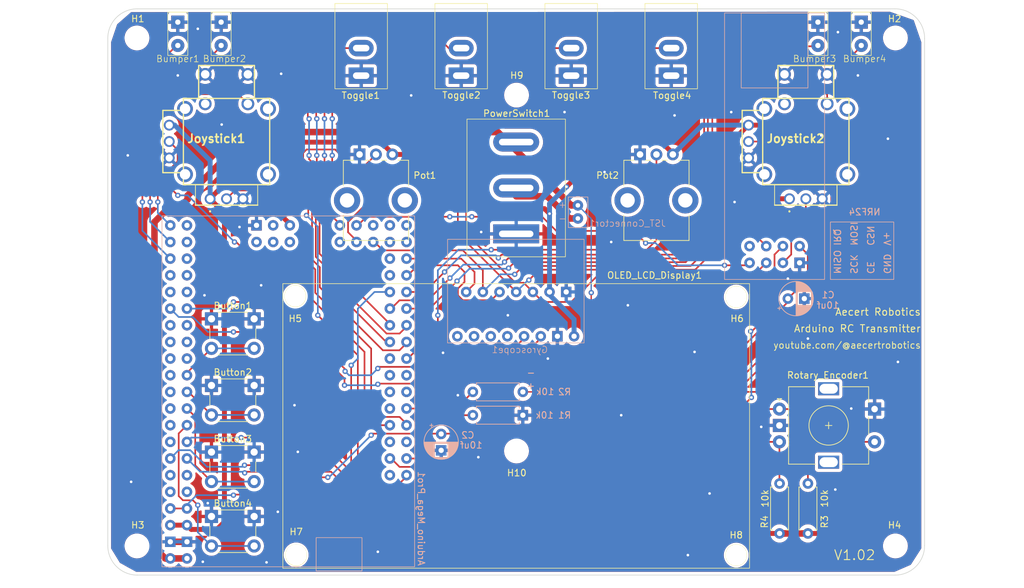
<source format=kicad_pcb>
(kicad_pcb (version 20221018) (generator pcbnew)
  (layers (0 "F.Cu" signal) (31 "B.Cu" signal) (34 "B.Paste" user) (35 "F.Paste" user) (36 "B.SilkS" user "B.Silkscreen") (37 "F.SilkS" user "F.Silkscreen") (38 "B.Mask" user) (39 "F.Mask" user) (44 "Edge.Cuts" user))
  (net 0 "")
  (net 1 "/CE")
  (net 2 "GND")
  (net 3 "/3.3v")
  (net 4 "/REF")
  (net 5 "/5v")
  (net 6 "/Rotary Encoder Switch")
  (net 7 "/Left Bumper A")
  (net 8 "/Right Bumper A")
  (net 9 "/Left Bumper B")
  (net 10 "/Right Bumper B")
  (net 11 "/Joy Right Button")
  (net 12 "/Toggle C")
  (net 13 "/Toggle D")
  (net 14 "/Toggle B")
  (net 15 "/Toggle A")
  (net 16 "/Joy Left Button")
  (net 17 "/Button D")
  (net 18 "/Button C")
  (net 19 "/Button B")
  (net 20 "/Button A")
  (net 21 "/Screen CS")
  (net 22 "/Screen RES")
  (net 30 "/Pot Right")
  (net 31 "/Joy Right Y")
  (net 32 "/SCL")
  (net 33 "/SDA")
  (net 34 "/Joy Right X")
  (net 35 "/Pot Left")
  (net 36 "/Joy Left X")
  (net 37 "/Joy Left Y")
  (net 38 "/SCK")
  (net 39 "/MISO")
  (net 40 "/MOSI")
  (net 41 "/NRF CSN")
  (net 42 "/RotaryEncoderB")
  (net 43 "/RotaryEncoderA")
  (net 44 "/Bat+")
  (net 45 "/Bat-")
  (net 46 "/Battery Voltage")
  (footprint "MountingHole:MountingHole_3.2mm_M3" (layer "F.Cu") (at 83.185 137.795)
    (fp_text reference "H3")
    (fp_text value "MountingHole_Pad")
  )
  (footprint "AddedFootprints:SPST Mini Toggle Switch 2 Pin 2 Position" (layer "F.Cu") (at 117.348 68.072 90)
    (fp_text reference "Toggle1")
    (fp_text value "SW_DIP_x01")
  )
  (footprint "Rotary_Encoder:RotaryEncoder_Alps_EC11E-Switch_Vertical_H20mm" (layer "F.Cu") (at 181.08 116.92)
    (fp_text reference "Rotary_Encoder1")
    (fp_text value "EC11E")
  )
  (footprint "MountingHole:MountingHole_3.2mm_M3" (layer "F.Cu") (at 198.755 137.795)
    (fp_text reference "H4")
    (fp_text value "MountingHole_Pad")
  )
  (footprint "MountingHole:MountingHole_3.2mm_M3" (layer "F.Cu") (at 107.306032 99.690751)
    (fp_text reference "H5")
    (fp_text value "MountingHole_Pad")
  )
  (footprint "Resistor_THT:R_Axial_DIN0207_L6.3mm_D2.5mm_P7.62mm_Horizontal" (layer "F.Cu") (at 181.102 135.89 90)
    (fp_text reference "R4")
    (fp_text value "10k")
  )
  (footprint "Button_Switch_THT:SW_PUSH_6mm" (layer "F.Cu") (at 94.54 123.48)
    (fp_text reference "Button3")
    (fp_text value "SW_Push C")
  )
  (footprint "MountingHole:MountingHole_3.2mm_M3" (layer "F.Cu") (at 141.024288 69.04124)
    (fp_text reference "H9")
    (fp_text value "MountingHole_Pad")
  )
  (footprint "AddedFootprints:SPST Mini Toggle Switch 2 Pin 2 Position" (layer "F.Cu") (at 149.352 68.072 90)
    (fp_text reference "Toggle3")
    (fp_text value "SW_DIP_x01")
  )
  (footprint "AddedFootprints:Bumper Pads" (layer "F.Cu") (at 96.012 65.024)
    (fp_text reference "Bumper2")
    (fp_text value "SW_Push Left Bumper B")
  )
  (footprint "MountingHole:MountingHole_3.2mm_M3" (layer "F.Cu") (at 198.755 60.325)
    (fp_text reference "H2")
    (fp_text value "MountingHole_Pad")
  )
  (footprint "MountingHole:MountingHole_3.2mm_M3" (layer "F.Cu") (at 107.445778 139.162731)
    (fp_text reference "H7")
    (fp_text value "MountingHole_Pad")
  )
  (footprint "Button_Switch_THT:SW_PUSH_6mm" (layer "F.Cu") (at 94.54 133.3)
    (fp_text reference "Button4")
    (fp_text value "SW_Push D")
  )
  (footprint "Button_Switch_THT:SW_PUSH_6mm" (layer "F.Cu") (at 94.54 113.32)
    (fp_text reference "Button2")
    (fp_text value "SW_Push B")
  )
  (footprint "Button_Switch_THT:SW_PUSH_6mm" (layer "F.Cu") (at 94.54 103.16)
    (fp_text reference "Button1")
    (fp_text value "SW_Push A")
  )
  (footprint "AddedFootprints:Bumper Pads" (layer "F.Cu") (at 89.408 65.024)
    (fp_text reference "Bumper1")
    (fp_text value "SW_Push Left Bumper A")
  )
  (footprint "AddedFootprints:KCD1 Mini Rocker Switch" (layer "F.Cu") (at 140.97 83.2 180)
    (fp_text reference "PowerSwitch1")
    (fp_text value "KCD1 Power Switch")
  )
  (footprint "MountingHole:MountingHole_3.2mm_M3" (layer "F.Cu") (at 174.493637 99.822788)
    (fp_text reference "H6")
    (fp_text value "MountingHole_Pad")
  )
  (footprint "AddedFootprints:SPST Mini Toggle Switch 2 Pin 2 Position" (layer "F.Cu") (at 164.592 68.072 90)
    (fp_text reference "Toggle4")
    (fp_text value "SW_DIP_x01")
  )
  (footprint "Potentiometer_THT:Potentiometer_Bourns_PTV09A-1_Single_Vertical" (layer "F.Cu") (at 117.1 78.09 -90)
    (fp_text reference "Pot1")
    (fp_text value "10k")
  )
  (footprint "AddedFootprints:Bumper Pads" (layer "F.Cu") (at 186.944 65.024)
    (fp_text reference "Bumper3")
    (fp_text value "SW_Push Right Bumper A")
  )
  (footprint "AddedFootprints:SPST Mini Toggle Switch 2 Pin 2 Position" (layer "F.Cu") (at 132.588 68.072 90)
    (fp_text reference "Toggle2")
    (fp_text value "SW_DIP_x01")
  )
  (footprint "Potentiometer_THT:Potentiometer_Bourns_PTV09A-1_Single_Vertical" (layer "F.Cu") (at 159.84 78.09 -90)
    (fp_text reference "Pot2")
    (fp_text value "10k")
  )
  (footprint "Resistor_THT:R_Axial_DIN0207_L6.3mm_D2.5mm_P7.62mm_Horizontal" (layer "F.Cu") (at 185.42 135.89 90)
    (fp_text reference "R3")
    (fp_text value "10k")
  )
  (footprint "MountingHole:MountingHole_3.2mm_M3" (layer "F.Cu") (at 83.185 60.325)
    (fp_text reference "H1")
    (fp_text value "MountingHole_Pad")
  )
  (footprint "AddedFootprints:OLED LCD Display SSD1309" (layer "F.Cu") (at 105.41 97.79)
    (fp_text reference "OLED_LCD_Display1")
    (fp_text value "SSD1309 2.4inch" hide)
  )
  (footprint "MountingHole:MountingHole_3.2mm_M3" (layer "F.Cu") (at 141.018739 123.314035)
    (fp_text reference "H10")
    (fp_text value "MountingHole_Pad")
  )
  (footprint "LOGO" (layer "F.Cu") (at 196.536242 91.383636)
    (fp_text reference "G***" hide)
    (fp_text value "LOGO" hide)
  )
  (footprint "MountingHole:MountingHole_3.2mm_M3" (layer "F.Cu") (at 174.498151 139.192604)
    (fp_text reference "H8")
    (fp_text value "MountingHole_Pad")
  )
  (footprint "AddedFootprints:THB001P" (layer "F.Cu") (at 94.335 84.85 180)
    (fp_text reference "Joystick1")
    (fp_text value "THB001P Joy Left" hide)
  )
  (footprint "AddedFootprints:Bumper Pads" (layer "F.Cu") (at 193.548 65.024)
    (fp_text reference "Bumper4")
    (fp_text value "SW_Push Right Bumper B")
  )
  (footprint "AddedFootprints:THB001P" (layer "F.Cu") (at 182.605 84.85 180)
    (fp_text reference "Joystick2")
    (fp_text value "THB001P Joy Right" hide)
  )
  (footprint "Capacitor_THT:CP_Radial_D5.0mm_P2.50mm" (layer "B.Cu") (at 129.54 120.714888 -90)
    (fp_text reference "C2")
    (fp_text value "10uf")
  )
  (footprint "AddedFootprints:JST Female Connector" (layer "B.Cu") (at 150.368 92.202 180)
    (fp_text reference "JST_Connector1")
    (fp_text value "1.27mm_JST_Connector_1")
  )
  (footprint "AddedFootprints:MPU6050 Gyroscope" (layer "B.Cu") (at 151.313454 106.832523 90)
    (fp_text reference "Gyroscope1")
    (fp_text value "MPU6050 Gyroscope")
  )
  (footprint "Resistor_THT:R_Axial_DIN0207_L6.3mm_D2.5mm_P7.62mm_Horizontal" (layer "B.Cu") (at 141.986 117.856 180)
    (fp_text reference "R2")
    (fp_text value "10k")
  )
  (footprint "AddedFootprints:Arduino Mega Pro" (layer "B.Cu") (at 86.995 140.97)
    (fp_text reference "Arduino_Mega_Pro1")
    (fp_text value "Arduino Mega Pro Mini" hide)
  )
  (footprint "Capacitor_THT:CP_Radial_D5.0mm_P2.50mm" (layer "B.Cu") (at 182.372 100.076)
    (fp_text reference "C1")
    (fp_text value "10uf")
  )
  (footprint "AddedFootprints:NRF24L01+ Antenna" (layer "B.Cu") (at 184.15 94.615 90)
    (fp_text reference "NRF24")
    (fp_text value "NRF24L01+PA+LNA1")
  )
  (footprint "Resistor_THT:R_Axial_DIN0207_L6.3mm_D2.5mm_P7.62mm_Horizontal" (layer "B.Cu") (at 134.366 114.3)
    (fp_text reference "R1")
    (fp_text value "10k")
  )
  (gr_arc (start 198.7 55.88) (mid 201.881981 57.198019) (end 203.2 60.38) (stroke (width 0.1)) (layer "Edge.Cuts"))
  (gr_line (start 203.2 60.38) (end 203.2 137.74) (stroke (width 0.1)) (layer "Edge.Cuts"))
  (gr_line (start 78.74 137.74) (end 78.74 60.38) (stroke (width 0.1)) (layer "Edge.Cuts"))
  (gr_arc (start 203.2 137.74) (mid 201.881981 140.921981) (end 198.7 142.24) (stroke (width 0.1)) (layer "Edge.Cuts"))
  (gr_arc (start 83.24 142.24) (mid 80.058019 140.921981) (end 78.74 137.74) (stroke (width 0.1)) (layer "Edge.Cuts"))
  (gr_arc (start 78.74 60.38) (mid 80.058019 57.198019) (end 83.24 55.88) (stroke (width 0.1)) (layer "Edge.Cuts"))
  (gr_line (start 198.7 142.24) (end 83.24 142.24) (stroke (width 0.1)) (layer "Edge.Cuts"))
  (gr_line (start 83.24 55.88) (end 198.7 55.88) (stroke (width 0.1)) (layer "Edge.Cuts"))
  (gr_text "+" (at 142.485745 113.951024) (layer "B.SilkS") (effects (font (size 1 1)) (justify left bottom)))
  (gr_text "-" (at 142.503299 111.94995) (layer "B.SilkS") (effects (font (size 1 1)) (justify left bottom)))
  (gr_text "Aecert Robotics" (at 202.692 102.108) (layer "F.SilkS") (effects (font (size 1.1 1.1)) (justify right)))
  (gr_text "youtube.com/@aecertrobotics\n" (at 202.692 107.188) (layer "F.SilkS") (effects (font (size 1 1) (thickness 0.13)) (justify right)))
  (gr_text "Arduino RC Transmitter\n" (at 202.692 104.648) (layer "F.SilkS") (effects (font (size 1.1 1.1)) (justify right)))
  (gr_text "V1.02" (at 192.532 139.192) (layer "F.SilkS") (effects (font (size 1.5 1.5))))
  (segment (start 173.716581 88.919419) (end 180.994419 88.919419) (width 0.25) (layer "F.Cu") (net 1))
  (segment (start 120.658 92.718) (end 119.38 91.44) (width 0.25) (layer "F.Cu") (net 1))
  (segment (start 135.89 95.758) (end 132.85 92.718) (width 0.25) (layer "F.Cu") (net 1))
  (segment (start 182.88 90.805) (end 182.88 93.345) (width 0.25) (layer "F.Cu") (net 1))
  (segment (start 140.750331 96.3695) (end 142.024831 95.095) (width 0.25) (layer "F.Cu") (net 1))
  (segment (start 182.88 93.345) (end 181.61 94.615) (width 0.25) (layer "F.Cu") (net 1))
  (segment (start 180.994419 88.919419) (end 182.88 90.805) (width 0.25) (layer "F.Cu") (net 1))
  (segment (start 142.024831 95.095) (end 167.541 95.095) (width 0.25) (layer "F.Cu") (net 1))
  (segment (start 135.89 99.06) (end 135.89 95.758) (width 0.25) (layer "F.Cu") (net 1))
  (segment (start 167.541 95.095) (end 173.716581 88.919419) (width 0.25) (layer "F.Cu") (net 1))
  (segment (start 132.85 92.718) (end 120.658 92.718) (width 0.25) (layer "F.Cu") (net 1))
  (via (at 140.750331 96.3695) (size 0.8) (drill 0.4) (layers "F.Cu" "B.Cu") (net 1))
  (segment (start 140.750331 96.3695) (end 138.5805 96.3695) (width 0.25) (layer "B.Cu") (net 1))
  (segment (start 138.5805 96.3695) (end 135.89 99.06) (width 0.25) (layer "B.Cu") (net 1))
  (segment (start 184.912 100.076) (end 184.912 100.262082) (width 0.25) (layer "F.Cu") (net 2))
  (segment (start 88.265 137.16) (end 90.805 137.16) (width 1) (layer "F.Cu") (net 2))
  (via (at 81.788 78.232) (size 0.8) (drill 0.4) (layers "F.Cu" "B.Cu") (net 2))
  (via (at 154.432 80.772) (size 0.8) (drill 0.4) (layers "F.Cu" "B.Cu") (net 2))
  (via (at 155.448 91.44) (size 0.8) (drill 0.4) (layers "F.Cu" "B.Cu") (net 2))
  (via (at 145.796 109.22) (size 0.8) (drill 0.4) (layers "F.Cu" "B.Cu") (net 2))
  (via (at 139.7 102.616) (size 0.8) (drill 0.4) (layers "F.Cu" "B.Cu") (net 2))
  (via (at 156.972 117.856) (size 0.8) (drill 0.4) (layers "F.Cu" "B.Cu") (net 2))
  (via (at 167.132 139.192) (size 0.8) (drill 0.4) (layers "F.Cu" "B.Cu") (net 2))
  (via (at 102.929041 140.295973) (size 0.8) (drill 0.4) (layers "F.Cu" "B.Cu") (net 2))
  (via (at 173.736 71.628) (size 0.8) (drill 0.4) (layers "F.Cu" "B.Cu") (net 2))
  (via (at 129.820556 108.337148) (size 0.8) (drill 0.4) (layers "F.Cu" "B.Cu") (net 2))
  (via (at 182.372 97.028) (size 0.8) (drill 0.4) (layers "F.Cu" "B.Cu") (net 2))
  (via (at 92.456 58.928) (size 0.8) (drill 0.4) (layers "F.Cu" "B.Cu") (net 2))
  (via (at 193.04 66.04) (size 0.8) (drill 0.4) (layers "F.Cu" "B.Cu") (net 2))
  (via (at 105.156 65.786) (size 0.8) (drill 0.4) (layers "F.Cu" "B.Cu") (net 2))
  (via (at 119.888 138.684) (size 0.8) (drill 0.4) (layers "F.Cu" "B.Cu") (net 2))
  (via (at 98.806 89.154) (size 0.8) (drill 0.4) (layers "F.Cu" "B.Cu") (net 2))
  (via (at 107.188 116.332) (size 0.8) (drill 0.4) (layers "F.Cu" "B.Cu") (net 2))
  (via (at 132.08 114.808) (size 0.8) (drill 0.4) (layers "F.Cu" "B.Cu") (net 2))
  (via (at 178.308 119.634) (size 0.8) (drill 0.4) (layers "F.Cu" "B.Cu") (net 2))
  (via (at 192.024 116.84) (size 0.8) (drill 0.4) (layers "F.Cu" "B.Cu") (net 2))
  (via (at 148.336 71.628) (size 0.8) (drill 0.4) (layers "F.Cu" "B.Cu") (net 2))
  (via (at 107.696 123.444) (size 0.8) (drill 0.4) (layers "F.Cu" "B.Cu") (net 2))
  (via (at 135.636 89.916) (size 0.8) (drill 0.4) (layers "F.Cu" "B.Cu") (net 2))
  (via (at 96.092572 73.528443) (size 0.8) (drill 0.4) (layers "F.Cu" "B.Cu") (net 2))
  (via (at 93.218 140.208) (size 0.8) (drill 0.4) (layers "F.Cu" "B.Cu") (net 2))
  (via (at 89.408 66.04) (size 0.8) (drill 0.4) (layers "F.Cu" "B.Cu") (net 2))
  (via (at 104.648 132.588) (size 0.8) (drill 0.4) (layers "F.Cu" "B.Cu") (net 2))
  (via (at 102.108 98.044) (size 0.8) (drill 0.4) (layers "F.Cu" "B.Cu") (net 2))
  (via (at 93.974276 131.266266) (size 0.8) (drill 0.4) (layers "F.Cu" "B.Cu") (net 2))
  (via (at 168.148 108.204) (size 0.8) (drill 0.4) (layers "F.Cu" "B.Cu") (net 2))
  (via (at 135.200919 124.257127) (size 0.8) (drill 0.4) (layers "F.Cu" "B.Cu") (net 2))
  (via (at 93.472 99.568) (size 0.8) (drill 0.4) (layers "F.Cu" "B.Cu") (net 2))
  (via (at 165.1 72.136) (size 0.8) (drill 0.4) (layers "F.Cu" "B.Cu") (net 2))
  (via (at 189.992 59.436) (size 0.8) (drill 0.4) (layers "F.Cu" "B.Cu") (net 2))
  (via (at 199.136 109.728) (size 0.8) (drill 0.4) (layers "F.Cu" "B.Cu") (net 2))
  (via (at 189.59418 129.195269) (size 0.8) (drill 0.4) (layers "F.Cu" "B.Cu") (net 2))
  (via (at 197.612 75.692) (size 0.8) (drill 0.4) (layers "F.Cu" "B.Cu") (net 2))
  (via (at 82.296 128.016) (size 0.8) (drill 0.4) (layers "F.Cu" "B.Cu") (net 2))
  (via (at 124.968 69.088) (size 0.8) (drill 0.4) (layers "F.Cu" "B.Cu") (net 2))
  (via (at 170.434 129.794) (size 0.8) (drill 0.4) (layers "F.Cu" "B.Cu") (net 2))
  (via (at 157.988 101.092) (size 0.8) (drill 0.4) (layers "F.Cu" "B.Cu") (net 2))
  (via (at 174.244 85.344) (size 0.8) (drill 0.4) (layers "F.Cu" "B.Cu") (net 2))
  (via (at 185.42 106.172) (size 0.8) (drill 0.4) (layers "F.Cu" "B.Cu") (net 2))
  (via (at 187.452 75.184) (size 0.8) (drill 0.4) (layers "F.Cu" "B.Cu") (net 2))
  (segment (start 106.819 129.964) (end 109.4535 127.3295) (width 0.25) (layer "F.Cu") (net 3))
  (segment (start 88.265 132.08) (end 90.805 132.08) (width 0.25) (layer "F.Cu") (net 3))
  (segment (start 162.286 120.67) (end 182.372 100.584) (width 0.25) (layer "F.Cu") (net 3))
  (segment (start 185.4 93.325) (end 185.4 97.048) (width 0.25) (layer "F.Cu") (net 3))
  (segment (start 97.973 129.964) (end 106.819 129.964) (width 0.25) (layer "F.Cu") (net 3))
  (segment (start 118.872 120.904) (end 119.106 120.67) (width 0.25) (layer "F.Cu") (net 3))
  (segment (start 97.889 130.048) (end 97.973 129.964) (width 0.25) (layer "F.Cu") (net 3))
  (segment (start 129.350888 121.412) (end 129.54 121.222888) (width 0.25) (layer "F.Cu") (net 3))
  (segment (start 185.4 97.048) (end 182.372 100.076) (width 0.25) (layer "F.Cu") (net 3))
  (segment (start 184.15 92.075) (end 185.4 93.325) (width 0.25) (layer "F.Cu") (net 3))
  (segment (start 182.372 100.584) (end 182.372 100.076) (width 0.25) (layer "F.Cu") (net 3))
  (segment (start 119.106 120.67) (end 162.286 120.67) (width 0.25) (layer "F.Cu") (net 3))
  (segment (start 109.4535 127.3295) (end 112.268 127.3295) (width 0.25) (layer "F.Cu") (net 3))
  (via (at 112.268 127.3295) (size 0.8) (drill 0.4) (layers "F.Cu" "B.Cu") (net 3))
  (via (at 118.872 120.904) (size 0.8) (drill 0.4) (layers "F.Cu" "B.Cu") (net 3))
  (via (at 97.889 130.048) (size 0.8) (drill 0.4) (layers "F.Cu" "B.Cu") (net 3))
  (segment (start 90.805 132.08) (end 90.805 131.512918) (width 0.25) (layer "B.Cu") (net 3))
  (segment (start 90.805 131.512918) (end 92.269918 130.048) (width 0.25) (layer "B.Cu") (net 3))
  (segment (start 112.4465 127.3295) (end 112.268 127.3295) (width 0.25) (layer "B.Cu") (net 3))
  (segment (start 92.269918 130.048) (end 97.889 130.048) (width 0.25) (layer "B.Cu") (net 3))
  (segment (start 118.872 120.904) (end 112.4465 127.3295) (width 0.25) (layer "B.Cu") (net 3))
  (segment (start 90.805 134.62) (end 91.46 135.275) (width 0.75) (layer "F.Cu") (net 5))
  (segment (start 122.1 77.940092) (end 122.1 78.09) (width 0.75) (layer "F.Cu") (net 5))
  (segment (start 97.31 86.645481) (end 96.086494 86.645481) (width 0.75) (layer "F.Cu") (net 5))
  (segment (start 163.099908 76.2) (end 164.84 77.940092) (width 0.75) (layer "F.Cu") (net 5))
  (segment (start 90.805 134.62) (end 88.265 134.62) (width 0.75) (layer "F.Cu") (net 5))
  (segment (start 106.68 88.9) (end 104.425481 86.645481) (width 0.75) (layer "F.Cu") (net 5))
  (segment (start 188.976 88.640461) (end 190.5 87.116461) (width 0.75) (layer "F.Cu") (net 5))
  (segment (start 179.578 135.89) (end 181.102 135.89) (width 0.75) (layer "F.Cu") (net 5))
  (segment (start 179.324 84.85) (end 182.605 84.85) (width 0.75) (layer "F.Cu") (net 5))
  (segment (start 95.357 135.275) (end 178.963 135.275) (width 0.75) (layer "F.Cu") (net 5))
  (segment (start 190.5 87.116461) (end 190.5 83.82) (width 0.75) (layer "F.Cu") (net 5))
  (segment (start 164.84 77.940092) (end 164.84 78.09) (width 0.75) (layer "F.Cu") (net 5))
  (segment (start 185.42 135.89) (end 187.872544 135.89) (width 0.75) (layer "F.Cu") (net 5))
  (segment (start 187.872544 135.89) (end 197.555 126.207544) (width 0.75) (layer "F.Cu") (net 5))
  (segment (start 96.086494 86.645481) (end 94.335 84.893987) (width 0.75) (layer "F.Cu") (net 5))
  (segment (start 181.864 135.89) (end 185.42 135.89) (width 1) (layer "F.Cu") (net 5))
  (segment (start 96.5145 134.1175) (end 96.5145 87.666981) (width 0.75) (layer "F.Cu") (net 5))
  (segment (start 148.634307 83.013693) (end 155.448 76.2) (width 0.75) (layer "F.Cu") (net 5))
  (segment (start 97.31 86.645481) (end 97.536 86.645481) (width 0.75) (layer "F.Cu") (net 5))
  (segment (start 128.540634 78.09) (end 136.810634 86.36) (width 0.75) (layer "F.Cu") (net 5))
  (segment (start 95.357 135.275) (end 96.5145 134.1175) (width 0.75) (layer "F.Cu") (net 5))
  (segment (start 94.335 84.893987) (end 94.335 84.806013) (width 0.75) (layer "F.Cu") (net 5))
  (segment (start 96.5145 87.666981) (end 97.536 86.645481) (width 0.75) (layer "F.Cu") (net 5))
  (segment (start 181.102 135.89) (end 181.864 135.89) (width 1) (layer "F.Cu") (net 5))
  (segment (start 174.244 79.77) (end 179.324 84.85) (width 0.75) (layer "F.Cu") (net 5))
  (segment (start 136.810634 86.36) (end 145.288 86.36) (width 0.75) (layer "F.Cu") (net 5))
  (segment (start 190.5 83.82) (end 180.3 73.62) (width 0.75) (layer "F.Cu") (net 5))
  (segment (start 155.448 76.2) (end 163.099908 76.2) (width 0.75) (layer "F.Cu") (net 5))
  (segment (start 91.46 135.275) (end 95.357 135.275) (width 0.75) (layer "F.Cu") (net 5))
  (segment (start 174.244 75.706) (end 174.244 79.77) (width 0.75) (layer "F.Cu") (net 5))
  (segment (start 197.555 113.227) (end 188.976 104.648) (width 0.75) (layer "F.Cu") (net 5))
  (segment (start 176.33 73.62) (end 174.244 75.706) (width 0.75) (layer "F.Cu") (net 5))
  (segment (start 197.555 126.207544) (end 197.555 113.227) (width 0.75) (layer "F.Cu") (net 5))
  (segment (start 104.425481 86.645481) (end 97.31 86.645481) (width 0.75) (layer "F.Cu") (net 5))
  (segment (start 120.374908 76.215) (end 122.1 77.940092) (width 0.75) (layer "F.Cu") (net 5))
  (segment (start 145.288 86.36) (end 146.05 87.122) (width 0.75) (layer "F.Cu") (net 5))
  (segment (start 180.3 73.62) (end 176.33 73.62) (width 0.75) (layer "F.Cu") (net 5))
  (segment (start 188.976 104.648) (end 188.976 88.640461) (width 0.75) (layer "F.Cu") (net 5))
  (segment (start 178.963 135.275) (end 179.578 135.89) (width 0.75) (layer "F.Cu") (net 5))
  (segment (start 102.926013 76.215) (end 120.374908 76.215) (width 0.75) (layer "F.Cu") (net 5))
  (segment (start 122.1 78.09) (end 128.540634 78.09) (width 0.75) (layer "F.Cu") (net 5))
  (segment (start 94.335 84.806013) (end 102.926013 76.215) (width 0.75) (layer "F.Cu") (net 5))
  (via (at 148.634307 83.013693) (size 0.8) (drill 0.4) (layers "F.Cu" "B.Cu") (net 5))
  (via (at 146.05 87.122) (size 0.8) (drill 0.4) (layers "F.Cu" "B.Cu") (net 5))
  (segment (start 146.05 85.598) (end 148.634307 83.013693) (width 0.75) (layer "B.Cu") (net 5))
  (segment (start 169.31 73.62) (end 176.375 73.62) (width 0.75) (layer "B.Cu") (net 5))
  (segment (start 94.335 79.025) (end 88.93 73.62) (width 0.75) (layer "B.Cu") (net 5))
  (segment (start 94.335 84.85) (end 94.335 79.025) (width 0.75) (layer "B.Cu") (net 5))
  (segment (start 88.93 73.62) (end 88.105 73.62) (width 0.75) (layer "B.Cu") (net 5))
  (segment (start 149.789454 103.238312) (end 146.05 99.498858) (width 0.75) (layer "B.Cu") (net 5))
  (segment (start 146.05 87.122) (end 146.05 85.598) (width 0.75) (layer "B.Cu") (net 5))
  (segment (start 146.05 99.498858) (end 146.05 99.06) (width 0.75) (layer "B.Cu") (net 5))
  (segment (start 164.84 78.09) (end 169.31 73.62) (width 0.75) (layer "B.Cu") (net 5))
  (segment (start 146.05 87.122) (end 146.05 99.06) (width 0.75) (layer "B.Cu") (net 5))
  (segment (start 149.789454 105.816523) (end 149.789454 103.238312) (width 0.75) (layer "B.Cu") (net 5))
  (segment (start 115.824 110.236) (end 115.824 124.968) (width 0.25) (layer "F.Cu") (net 6))
  (segment (start 120.396 129.54) (end 160.909 129.54) (width 0.25) (layer "F.Cu") (net 6))
  (segment (start 115.824 124.968) (end 120.396 129.54) (width 0.25) (layer "F.Cu") (net 6))
  (segment (start 183.300446 114.3) (end 190.920446 121.92) (width 0.25) (layer "F.Cu") (net 6))
  (segment (start 190.920446 121.92) (end 195.58 121.92) (width 0.25) (layer "F.Cu") (net 6))
  (segment (start 176.149 114.3) (end 183.300446 114.3) (width 0.25) (layer "F.Cu") (net 6))
  (segment (start 160.909 129.54) (end 176.149 114.3) (width 0.25) (layer "F.Cu") (net 6))
  (via (at 115.824 110.236) (size 0.8) (drill 0.4) (layers "F.Cu" "B.Cu") (net 6))
  (segment (start 115.824 110.236) (end 116.84 109.22) (width 0.25) (layer "B.Cu") (net 6))
  (segment (start 116.84 109.22) (end 116.84 101.6) (width 0.25) (layer "B.Cu") (net 6))
  (segment (start 116.84 101.6) (end 119.38 99.06) (width 0.25) (layer "B.Cu") (net 6))
  (segment (start 119.38 99.06) (end 121.92 99.06) (width 0.25) (layer "B.Cu") (net 6))
  (segment (start 84.010994 85.344) (end 84.010994 66.682006) (width 0.25) (layer "F.Cu") (net 7))
  (segment (start 84.010994 66.682006) (end 89.098 61.595) (width 0.25) (layer "F.Cu") (net 7))
  (segment (start 89.098 61.595) (end 89.408 61.595) (width 0.25) (layer "F.Cu") (net 7))
  (via (at 84.010994 85.344) (size 0.8) (drill 0.4) (layers "F.Cu" "B.Cu") (net 7))
  (segment (start 84.010994 85.344) (end 84.010994 89.725994) (width 0.25) (layer "B.Cu") (net 7))
  (segment (start 84.010994 89.725994) (end 88.265 93.98) (width 0.25) (layer "B.Cu") (net 7))
  (segment (start 169.605 69.663) (end 177.673 61.595) (width 0.25) (layer "F.Cu") (net 8))
  (segment (start 138.752841 93.37) (end 165.71 93.37) (width 0.25) (layer "F.Cu") (net 8))
  (segment (start 177.673 61.595) (end 186.944 61.595) (width 0.25) (layer "F.Cu") (net 8))
  (segment (start 124.46 99.06) (end 127 99.06) (width 0.25) (layer "F.Cu") (net 8))
  (segment (start 127 99.06) (end 130.048 96.012) (width 0.25) (layer "F.Cu") (net 8))
  (segment (start 169.605 89.475) (end 169.605 69.663) (width 0.25) (layer "F.Cu") (net 8))
  (segment (start 138.251968 93.870873) (end 138.752841 93.37) (width 0.25) (layer "F.Cu") (net 8))
  (segment (start 165.71 93.37) (end 169.605 89.475) (width 0.25) (layer "F.Cu") (net 8))
  (via (at 130.048 96.012) (size 0.8) (drill 0.4) (layers "F.Cu" "B.Cu") (net 8))
  (via (at 138.251968 93.870873) (size 0.8) (drill 0.4) (layers "F.Cu" "B.Cu") (net 8))
  (segment (start 138.251968 93.870873) (end 137.853095 93.472) (width 0.25) (layer "B.Cu") (net 8))
  (segment (start 132.588 93.472) (end 130.048 96.012) (width 0.25) (layer "B.Cu") (net 8))
  (segment (start 137.853095 93.472) (end 132.588 93.472) (width 0.25) (layer "B.Cu") (net 8))
  (segment (start 85.185497 85.344) (end 85.185497 67.214503) (width 0.25) (layer "F.Cu") (net 9))
  (segment (start 88.991795 63.408205) (end 94.198795 63.408205) (width 0.25) (layer "F.Cu") (net 9))
  (segment (start 85.185497 67.214503) (end 88.991795 63.408205) (width 0.25) (layer "F.Cu") (net 9))
  (segment (start 94.198795 63.408205) (end 96.012 61.595) (width 0.25) (layer "F.Cu") (net 9))
  (via (at 85.185497 85.344) (size 0.8) (drill 0.4) (layers "F.Cu" "B.Cu") (net 9))
  (segment (start 85.185497 85.344) (end 85.185497 88.360497) (width 0.25) (layer "B.Cu") (net 9))
  (segment (start 85.185497 88.360497) (end 88.265 91.44) (width 0.25) (layer "B.Cu") (net 9))
  (segment (start 123.182 100.338) (end 121.92 101.6) (width 0.25) (layer "F.Cu") (net 10))
  (segment (start 166.151 93.945) (end 170.18 89.916) (width 0.25) (layer "F.Cu") (net 10))
  (segment (start 127.480098 100.338) (end 123.182 100.338) (width 0.25) (layer "F.Cu") (net 10))
  (segment (start 130.87218 96.945918) (end 127.480098 100.338) (width 0.25) (layer "F.Cu") (net 10))
  (segment (start 139.192 94.488) (end 139.735 93.945) (width 0.25) (layer "F.Cu") (net 10))
  (segment (start 191.849093 63.293907) (end 193.548 61.595) (width 0.25) (layer "F.Cu") (net 10))
  (segment (start 170.18 70.612) (end 177.498093 63.293907) (width 0.25) (layer "F.Cu") (net 10))
  (segment (start 177.498093 63.293907) (end 191.849093 63.293907) (width 0.25) (layer "F.Cu") (net 10))
  (segment (start 139.735 93.945) (end 166.151 93.945) (width 0.25) (layer "F.Cu") (net 10))
  (segment (start 170.18 89.916) (end 170.18 70.612) (width 0.25) (layer "F.Cu") (net 10))
  (via (at 139.192 94.488) (size 0.8) (drill 0.4) (layers "F.Cu" "B.Cu") (net 10))
  (via (at 130.87218 96.945918) (size 0.8) (drill 0.4) (layers "F.Cu" "B.Cu") (net 10))
  (segment (start 138.785 94.895) (end 132.923098 94.895) (width 0.25) (layer "B.Cu") (net 10))
  (segment (start 139.192 94.488) (end 138.785 94.895) (width 0.25) (layer "B.Cu") (net 10))
  (segment (start 132.923098 94.895) (end 130.87218 96.945918) (width 0.25) (layer "B.Cu") (net 10))
  (segment (start 140.717159 94.52) (end 166.794828 94.52) (width 0.25) (layer "F.Cu") (net 11))
  (segment (start 178.308 64.008) (end 183.388 64.008) (width 0.25) (layer "F.Cu") (net 11))
  (segment (start 170.854 71.462) (end 178.308 64.008) (width 0.25) (layer "F.Cu") (net 11))
  (segment (start 188.355 68.975) (end 188.355 70.37) (width 0.25) (layer "F.Cu") (net 11))
  (segment (start 127.759952 101.6) (end 124.46 101.6) (width 0.25) (layer "F.Cu") (net 11))
  (segment (start 131.951976 97.407976) (end 127.759952 101.6) (width 0.25) (layer "F.Cu") (net 11))
  (segment (start 139.809127 95.428032) (end 140.717159 94.52) (width 0.25) (layer "F.Cu") (net 11))
  (segment (start 166.794828 94.52) (end 170.854 90.460828) (width 0.25) (layer "F.Cu") (net 11))
  (segment (start 170.854 90.460828) (end 170.854 71.462) (width 0.25) (layer "F.Cu") (net 11))
  (segment (start 183.388 64.008) (end 188.355 68.975) (width 0.25) (layer "F.Cu") (net 11))
  (via (at 131.951976 97.407976) (size 0.8) (drill 0.4) (layers "F.Cu" "B.Cu") (net 11))
  (via (at 139.809127 95.428032) (size 0.8) (drill 0.4) (layers "F.Cu" "B.Cu") (net 11))
  (segment (start 139.809127 95.428032) (end 139.717159 95.52) (width 0.25) (layer "B.Cu") (net 11))
  (segment (start 139.717159 95.52) (end 133.839952 95.52) (width 0.25) (layer "B.Cu") (net 11))
  (segment (start 133.839952 95.52) (end 131.951976 97.407976) (width 0.25) (layer "B.Cu") (net 11))
  (segment (start 111.6265 94.888123) (end 111.6265 97.1485) (width 0.25) (layer "F.Cu") (net 12))
  (segment (start 114.3 58.928) (end 143.741 58.928) (width 0.25) (layer "F.Cu") (net 12))
  (segment (start 110.585498 78.233248) (end 110.585498 79.175302) (width 0.25) (layer "F.Cu") (net 12))
  (segment (start 110.500208 72.558711) (end 110.500208 62.727792) (width 0.25) (layer "F.Cu") (net 12))
  (segment (start 110.500208 62.727792) (end 114.3 58.928) (width 0.25) (layer "F.Cu") (net 12))
  (segment (start 110.437001 93.698624) (end 111.6265 94.888123) (width 0.25) (layer "F.Cu") (net 12))
  (segment (start 146.685 61.872) (end 149.352 61.872) (width 0.25) (layer "F.Cu") (net 12))
  (segment (start 121.158 106.68) (end 121.92 106.68) (width 0.25) (layer "F.Cu") (net 12))
  (segment (start 110.585498 79.175302) (end 110.437001 79.323799) (width 0.25) (layer "F.Cu") (net 12))
  (segment (start 110.437001 79.323799) (end 110.437001 93.698624) (width 0.25) (layer "F.Cu") (net 12))
  (segment (start 110.585497 72.644) (end 110.500208 72.558711) (width 0.25) (layer "F.Cu") (net 12))
  (segment (start 111.6265 97.1485) (end 121.158 106.68) (width 0.25) (layer "F.Cu") (net 12))
  (segment (start 143.741 58.928) (end 146.685 61.872) (width 0.25) (layer "F.Cu") (net 12))
  (via (at 110.585497 72.644) (size 0.8) (drill 0.4) (layers "F.Cu" "B.Cu") (net 12))
  (via (at 110.585498 78.233248) (size 0.8) (drill 0.4) (layers "F.Cu" "B.Cu") (net 12))
  (segment (start 110.585497 72.644) (end 110.585498 78.233248) (width 0.25) (layer "B.Cu") (net 12))
  (segment (start 113.792 57.912) (end 157.965 57.912) (width 0.25) (layer "F.Cu") (net 13))
  (segment (start 109.411038 72.654093) (end 109.22 72.463055) (width 0.25) (layer "F.Cu") (net 13))
  (segment (start 109.22 62.484) (end 113.792 57.912) (width 0.25) (layer "F.Cu") (net 13))
  (segment (start 111.0515 95.3035) (end 111.0515 98.3515) (width 0.25) (layer "F.Cu") (net 13))
  (segment (start 120.658 107.958) (end 123.182 107.958) (width 0.25) (layer "F.Cu") (net 13))
  (segment (start 109.22 72.463055) (end 109.22 62.484) (width 0.25) (layer "F.Cu") (net 13))
  (segment (start 123.182 107.958) (end 124.46 106.68) (width 0.25) (layer "F.Cu") (net 13))
  (segment (start 109.862 94.114) (end 111.0515 95.3035) (width 0.25) (layer "F.Cu") (net 13))
  (segment (start 109.410996 78.231539) (end 109.410996 78.813972) (width 0.25) (layer "F.Cu") (net 13))
  (segment (start 111.0515 98.3515) (end 120.658 107.958) (width 0.25) (layer "F.Cu") (net 13))
  (segment (start 157.965 57.912) (end 161.925 61.872) (width 0.25) (layer "F.Cu") (net 13))
  (segment (start 109.410996 78.813972) (end 109.862 79.264975) (width 0.25) (layer "F.Cu") (net 13))
  (segment (start 109.862 79.264975) (end 109.862 94.114) (width 0.25) (layer "F.Cu") (net 13))
  (segment (start 161.925 61.872) (end 164.592 61.872) (width 0.25) (layer "F.Cu") (net 13))
  (via (at 109.411038 72.654093) (size 0.8) (drill 0.4) (layers "F.Cu" "B.Cu") (net 13))
  (via (at 109.410996 78.231539) (size 0.8) (drill 0.4) (layers "F.Cu" "B.Cu") (net 13))
  (segment (start 109.411038 78.231497) (end 109.411038 72.654093) (width 0.25) (layer "B.Cu") (net 13))
  (segment (start 109.410996 78.231539) (end 109.411038 78.231497) (width 0.25) (layer "B.Cu") (net 13))
  (segment (start 111.76 62.992) (end 114.808 59.944) (width 0.25) (layer "F.Cu") (net 14))
  (segment (start 111.76 78.232) (end 111.76 79.536632) (width 0.25) (layer "F.Cu") (net 14))
  (segment (start 111.76 79.536632) (end 111.012001 80.284631) (width 0.25) (layer "F.Cu") (net 14))
  (segment (start 111.012001 93.232001) (end 112.2015 94.4215) (width 0.25) (layer "F.Cu") (net 14))
  (segment (start 111.76 72.644) (end 111.76 62.992) (width 0.25) (layer "F.Cu") (net 14))
  (segment (start 121.221346 105.402) (end 123.198 105.402) (width 0.25) (layer "F.Cu") (net 14))
  (segment (start 112.2015 96.382154) (end 121.221346 105.402) (width 0.25) (layer "F.Cu") (net 14))
  (segment (start 112.2015 94.4215) (end 112.2015 96.382154) (width 0.25) (layer "F.Cu") (net 14))
  (segment (start 128.755 59.944) (end 130.683 61.872) (width 0.25) (layer "F.Cu") (net 14))
  (segment (start 114.808 59.944) (end 128.755 59.944) (width 0.25) (layer "F.Cu") (net 14))
  (segment (start 130.683 61.872) (end 132.588 61.872) (width 0.25) (layer "F.Cu") (net 14))
  (segment (start 123.198 105.402) (end 124.46 104.14) (width 0.25) (layer "F.Cu") (net 14))
  (segment (start 111.012001 80.284631) (end 111.012001 93.232001) (width 0.25) (layer "F.Cu") (net 14))
  (via (at 111.76 72.644) (size 0.8) (drill 0.4) (layers "F.Cu" "B.Cu") (net 14))
  (via (at 111.76 78.232) (size 0.8) (drill 0.4) (layers "F.Cu" "B.Cu") (net 14))
  (segment (start 111.76 78.232) (end 111.76 72.644) (width 0.25) (layer "B.Cu") (net 14))
  (segment (start 111.587001 80.522803) (end 111.587001 92.791001) (width 0.25) (layer "F.Cu") (net 15))
  (segment (start 111.587001 92.791001) (end 112.7765 93.9805) (width 0.25) (layer "F.Cu") (net 15))
  (segment (start 112.934503 79.175301) (end 111.587001 80.522803) (width 0.25) (layer "F.Cu") (net 15))
  (segment (start 112.7765 93.9805) (end 112.7765 94.9965) (width 0.25) (layer "F.Cu") (net 15))
  (segment (start 112.934503 78.232) (end 112.934503 79.175301) (width 0.25) (layer "F.Cu") (net 15))
  (segment (start 112.938728 72.644) (end 112.938728 63.337272) (width 0.25) (layer "F.Cu") (net 15))
  (segment (start 114.404 61.872) (end 117.348 61.872) (width 0.25) (layer "F.Cu") (net 15))
  (segment (start 112.938728 63.337272) (end 114.404 61.872) (width 0.25) (layer "F.Cu") (net 15))
  (segment (start 112.7765 94.9965) (end 121.92 104.14) (width 0.25) (layer "F.Cu") (net 15))
  (via (at 112.938728 72.644) (size 0.8) (drill 0.4) (layers "F.Cu" "B.Cu") (net 15))
  (via (at 112.934503 78.232) (size 0.8) (drill 0.4) (layers "F.Cu" "B.Cu") (net 15))
  (segment (start 112.934503 78.232) (end 112.938728 78.227775) (width 0.25) (layer "B.Cu") (net 15))
  (segment (start 112.938728 78.227775) (end 112.938728 72.644) (width 0.25) (layer "B.Cu") (net 15))
  (segment (start 89.093 68.895) (end 98.61 68.895) (width 0.25) (layer "F.Cu") (net 16))
  (segment (start 86.36 71.628) (end 89.093 68.895) (width 0.25) (layer "F.Cu") (net 16))
  (segment (start 86.36 85.344) (end 86.36 71.628) (width 0.25) (layer "F.Cu") (net 16))
  (segment (start 98.61 68.895) (end 100.085 70.37) (width 0.25) (layer "F.Cu") (net 16))
  (via (at 86.36 85.344) (size 0.8) (drill 0.4) (layers "F.Cu" "B.Cu") (net 16))
  (segment (start 86.36 85.344) (end 86.36 86.995) (width 0.25) (layer "B.Cu") (net 16))
  (segment (start 86.36 86.995) (end 88.265 88.9) (width 0.25) (layer "B.Cu") (net 16))
  (segment (start 91.714 130.83) (end 90.19 130.83) (width 0.25) (layer "F.Cu") (net 17))
  (segment (start 92.456 131.572) (end 91.714 130.83) (width 0.25) (layer "F.Cu") (net 17))
  (segment (start 90.19 130.83) (end 89.543 130.183) (width 0.25) (layer "F.Cu") (net 17))
  (segment (start 89.543 130.183) (end 89.543 120.642) (width 0.25) (layer "F.Cu") (net 17))
  (segment (start 89.543 120.642) (end 90.805 119.38) (width 0.25) (layer "F.Cu") (net 17))
  (via (at 92.456 131.572) (size 0.8) (drill 0.4) (layers "F.Cu" "B.Cu") (net 17))
  (segment (start 92.456 131.572) (end 92.456 135.716) (width 0.25) (layer "B.Cu") (net 17))
  (segment (start 94.54 137.8) (end 101.04 137.8) (width 0.25) (layer "B.Cu") (net 17))
  (segment (start 92.456 135.716) (end 94.54 137.8) (width 0.25) (layer "B.Cu") (net 17))
  (segment (start 92.067 125.507) (end 92.067 118.102) (width 0.25) (layer "F.Cu") (net 18))
  (segment (start 94.54 127.98) (end 92.067 125.507) (width 0.25) (layer "F.Cu") (net 18))
  (segment (start 92.067 118.102) (end 90.805 116.84) (width 0.25) (layer "F.Cu") (net 18))
  (segment (start 94.54 127.98) (end 101.04 127.98) (width 0.25) (layer "B.Cu") (net 18))
  (segment (start 91.02 114.3) (end 90.805 114.3) (width 0.25) (layer "F.Cu") (net 19))
  (segment (start 94.54 117.82) (end 91.02 114.3) (width 0.25) (layer "F.Cu") (net 19))
  (segment (start 94.54 117.82) (end 101.04 117.82) (width 0.25) (layer "B.Cu") (net 19))
  (segment (start 90.805 111.395) (end 90.805 111.76) (width 0.25) (layer "F.Cu") (net 20))
  (segment (start 94.54 107.66) (end 90.805 111.395) (width 0.25) (layer "F.Cu") (net 20))
  (segment (start 94.54 107.66) (end 101.04 107.66) (width 0.25) (layer "B.Cu") (net 20))
  (segment (start 134.62 96.012) (end 132.588 93.98) (width 0.25) (layer "F.Cu") (net 21))
  (segment (start 132.588 93.98) (end 124.46 93.98) (width 0.25) (layer "F.Cu") (net 21))
  (segment (start 134.62 97.79) (end 134.62 96.012) (width 0.25) (layer "F.Cu") (net 21))
  (segment (start 133.35 99.06) (end 134.62 97.79) (width 0.25) (layer "F.Cu") (net 21))
  (segment (start 132.08 94.996) (end 125.984 94.996) (width 0.25) (layer "F.Cu") (net 22))
  (segment (start 132.088 98.544038) (end 133.096 97.536038) (width 0.25) (layer "F.Cu") (net 22))
  (segment (start 133.096 97.536038) (end 133.096 96.012) (width 0.25) (layer "F.Cu") (net 22))
  (segment (start 137.168 100.322) (end 132.834038 100.322) (width 0.25) (layer "F.Cu") (net 22))
  (segment (start 132.088 99.575962) (end 132.088 98.544038) (width 0.25) (layer "F.Cu") (net 22))
  (segment (start 132.834038 100.322) (end 132.088 99.575962) (width 0.25) (layer "F.Cu") (net 22))
  (segment (start 138.43 99.06) (end 137.168 100.322) (width 0.25) (layer "F.Cu") (net 22))
  (segment (start 125.984 94.996) (end 124.46 96.52) (width 0.25) (layer "F.Cu") (net 22))
  (segment (start 133.096 96.012) (end 132.08 94.996) (width 0.25) (layer "F.Cu") (net 22))
  (segment (start 162.34 91.152) (end 162.34 78.09) (width 0.25) (layer "F.Cu") (net 30))
  (segment (start 129.032 104.648) (end 124.46 109.22) (width 0.25) (layer "F.Cu") (net 30))
  (segment (start 160.8695 92.6225) (end 162.34 91.152) (width 0.25) (layer "F.Cu") (net 30))
  (segment (start 129.032 102.616) (end 129.032 104.648) (width 0.25) (layer "F.Cu") (net 30))
  (segment (start 137.16 92.6225) (end 160.8695 92.6225) (width 0.25) (layer "F.Cu") (net 30))
  (segment (start 161.84 77.940092) (end 161.84 78.09) (width 0.75) (layer "F.Cu") (net 30))
  (via (at 129.032 102.616) (size 0.8) (drill 0.4) (layers "F.Cu" "B.Cu") (net 30))
  (via (at 137.16 92.6225) (size 0.8) (drill 0.4) (layers "F.Cu" "B.Cu") (net 30))
  (segment (start 129.032 95.755207) (end 129.032 102.616) (width 0.25) (layer "B.Cu") (net 30))
  (segment (start 132.164707 92.6225) (end 129.032 95.755207) (width 0.25) (layer "B.Cu") (net 30))
  (segment (start 137.16 92.6225) (end 132.164707 92.6225) (width 0.25) (layer "B.Cu") (net 30))
  (segment (start 160.274 128.524) (end 187.452 101.346) (width 0.25) (layer "F.Cu") (net 31))
  (segment (start 187.933993 82.990151) (end 185.098151 82.990151) (width 0.25) (layer "F.Cu") (net 31))
  (segment (start 178.228 76.12) (end 176.375 76.12) (width 0.25) (layer "F.Cu") (net 31))
  (segment (start 187.452 88.608827) (end 188.976 87.084827) (width 0.25) (layer "F.Cu") (net 31))
  (segment (start 128.11252 128.524) (end 160.274 128.524) (width 0.25) (layer "F.Cu") (net 31))
  (segment (start 188.976 84.032158) (end 187.933993 82.990151) (width 0.25) (layer "F.Cu") (net 31))
  (segment (start 123.198 125.738) (end 125.32652 125.738) (width 0.25) (layer "F.Cu") (net 31))
  (segment (start 121.92 124.46) (end 123.198 125.738) (width 0.25) (layer "F.Cu") (net 31))
  (segment (start 125.32652 125.738) (end 128.11252 128.524) (width 0.25) (layer "F.Cu") (net 31))
  (segment (start 188.976 87.084827) (end 188.976 84.032158) (width 0.25) (layer "F.Cu") (net 31))
  (segment (start 187.452 101.346) (end 187.452 88.608827) (width 0.25) (layer "F.Cu") (net 31))
  (segment (start 185.098151 82.990151) (end 178.228 76.12) (width 0.25) (layer "F.Cu") (net 31))
  (segment (start 114.808 113.284) (end 114.808 112.268) (width 0.25) (layer "F.Cu") (net 32))
  (segment (start 126.883962 111.114) (end 139.711 111.114) (width 0.25) (layer "F.Cu") (net 32))
  (segment (start 114.808 112.268) (end 107.696 105.156) (width 0.25) (layer "F.Cu") (net 32))
  (segment (start 139.711 111.114) (end 144.709454 106.115546) (width 0.25) (layer "F.Cu") (net 32))
  (segment (start 107.696 105.156) (end 97.889 105.156) (width 0.25) (layer "F.Cu") (net 32))
  (segment (start 119.888 113.135479) (end 119.985479 113.038) (width 0.25) (layer "F.Cu") (net 32))
  (segment (start 124.959962 113.038) (end 126.883962 111.114) (width 0.25) (layer "F.Cu") (net 32))
  (segment (start 144.709454 106.115546) (end 144.709454 105.816523) (width 0.25) (layer "F.Cu") (net 32))
  (segment (start 119.985479 113.038) (end 124.959962 113.038) (width 0.25) (layer "F.Cu") (net 32))
  (via (at 97.889 105.156) (size 0.8) (drill 0.4) (layers "F.Cu" "B.Cu") (net 32))
  (via (at 114.808 113.284) (size 0.8) (drill 0.4) (layers "F.Cu" "B.Cu") (net 32))
  (via (at 119.888 113.135479) (size 0.8) (drill 0.4) (layers "F.Cu" "B.Cu") (net 32))
  (segment (start 91.702 102.878) (end 89.543 102.878) (width 0.25) (layer "B.Cu") (net 32))
  (segment (start 89.543 102.878) (end 88.265 101.6) (width 0.25) (layer "B.Cu") (net 32))
  (segment (start 97.889 105.156) (end 93.98 105.156) (width 0.25) (layer "B.Cu") (net 32))
  (segment (start 119.739479 113.284) (end 114.808 113.284) (width 0.25) (layer "B.Cu") (net 32))
  (segment (start 93.98 105.156) (end 91.702 102.878) (width 0.25) (layer "B.Cu") (net 32))
  (segment (start 119.888 113.135479) (end 119.739479 113.284) (width 0.25) (layer "B.Cu") (net 32))
  (segment (start 142.169454 106.115546) (end 142.169454 105.816523) (width 0.25) (layer "F.Cu") (net 33))
  (segment (start 114.900688 110.836688) (end 104.648 100.584) (width 0.25) (layer "F.Cu") (net 33))
  (segment (start 120.132888 110.482) (end 137.803 110.482) (width 0.25) (layer "F.Cu") (net 33))
  (segment (start 119.888 110.726888) (end 120.132888 110.482) (width 0.25) (layer "F.Cu") (net 33))
  (segment (start 104.648 100.584) (end 97.889 100.584) (width 0.25) (layer "F.Cu") (net 33))
  (segment (start 137.803 110.482) (end 142.169454 106.115546) (width 0.25) (layer "F.Cu") (net 33))
  (segment (start 114.900688 111.159312) (end 114.900688 110.836688) (width 0.25) (layer "F.Cu") (net 33))
  (via (at 97.889 100.584) (size 0.8) (drill 0.4) (layers "F.Cu" "B.Cu") (net 33))
  (via (at 114.900688 111.159312) (size 0.8) (drill 0.4) (layers "F.Cu" "B.Cu") (net 33))
  (via (at 119.888 110.726888) (size 0.8) (drill 0.4) (layers "F.Cu" "B.Cu") (net 33))
  (segment (start 115.501376 111.76) (end 114.900688 111.159312) (width 0.25) (layer "B.Cu") (net 33))
  (segment (start 97.889 100.584) (end 96.873 101.6) (width 0.25) (layer "B.Cu") (net 33))
  (segment (start 119.888 110.726888) (end 118.854888 111.76) (width 0.25) (layer "B.Cu") (net 33))
  (segment (start 96.873 101.6) (end 90.805 101.6) (width 0.25) (layer "B.Cu") (net 33))
  (segment (start 118.854888 111.76) (end 115.501376 111.76) (width 0.25) (layer "B.Cu") (net 33))
  (segment (start 185.105 88.585) (end 185.105 84.85) (width 0.25) (layer "F.Cu") (net 34))
  (segment (start 128.554462 127.508) (end 159.893 127.508) (width 0.25) (layer "F.Cu") (net 34))
  (segment (start 125.506462 124.46) (end 128.554462 127.508) (width 0.25) (layer "F.Cu") (net 34))
  (segment (start 124.46 124.46) (end 125.506462 124.46) (width 0.25) (layer "F.Cu") (net 34))
  (segment (start 186.436 89.916) (end 185.105 88.585) (width 0.25) (layer "F.Cu") (net 34))
  (segment (start 159.893 127.508) (end 186.436 100.965) (width 0.25) (layer "F.Cu") (net 34))
  (segment (start 186.436 100.965) (end 186.436 89.916) (width 0.25) (layer "F.Cu") (net 34))
  (segment (start 109.0125 87.376) (end 109.287 87.1015) (width 0.25) (layer "F.Cu") (net 35))
  (segment (start 108.510996 77.858746) (end 109.038203 77.331539) (width 0.25) (layer "F.Cu") (net 35))
  (segment (start 122.936 128.524) (end 124.46 127) (width 0.25) (layer "F.Cu") (net 35))
  (segment (start 109.287 87.1015) (end 109.287 79.503148) (width 0.25) (layer "F.Cu") (net 35))
  (segment (start 117.97993 79.71007) (end 119.6 78.09) (width 0.25) (layer "F.Cu") (net 35))
  (segment (start 109.287 79.503148) (end 108.510996 78.727144) (width 0.25) (layer "F.Cu") (net 35))
  (segment (start 120.904 128.524) (end 122.936 128.524) (width 0.25) (layer "F.Cu") (net 35))
  (segment (start 113.370539 77.331539) (end 115.74907 79.71007) (width 0.25) (layer "F.Cu") (net 35))
  (segment (start 108.510996 78.727144) (end 108.510996 77.858746) (width 0.25) (layer "F.Cu") (net 35))
  (segment (start 109.038203 77.331539) (end 113.370539 77.331539) (width 0.25) (layer "F.Cu") (net 35))
  (segment (start 116.84 108.712) (end 116.84 124.46) (width 0.25) (layer "F.Cu") (net 35))
  (segment (start 116.84 124.46) (end 120.904 128.524) (width 0.25) (layer "F.Cu") (net 35))
  (segment (start 115.74907 79.71007) (end 117.97993 79.71007) (width 0.25) (layer "F.Cu") (net 35))
  (segment (start 110.744 102.616) (end 116.84 108.712) (width 0.25) (layer "F.Cu") (net 35))
  (via (at 109.0125 87.376) (size 0.8) (drill 0.4) (layers "F.Cu" "B.Cu") (net 35))
  (via (at 110.744 102.616) (size 0.8) (drill 0.4) (layers "F.Cu" "B.Cu") (net 35))
  (segment (start 109.0125 87.376) (end 110.744 89.1075) (width 0.25) (layer "B.Cu") (net 35))
  (segment (start 110.744 89.1075) (end 110.744 102.616) (width 0.25) (layer "B.Cu") (net 35))
  (segment (start 96.835 84.85) (end 98.105481 83.579519) (width 0.25) (layer "F.Cu") (net 36))
  (segment (start 110.353 99.177) (end 118.872 107.696) (width 0.25) (layer "F.Cu") (net 36))
  (segment (start 123.198 118.118) (end 124.46 119.38) (width 0.25) (layer "F.Cu") (net 36))
  (segment (start 109.22 89.017) (end 109.22 94.488) (width 0.25) (layer "F.Cu") (net 36))
  (segment (start 120.658 118.118) (end 123.198 118.118) (width 0.25) (layer "F.Cu") (net 36))
  (segment (start 110.353 95.621) (end 110.353 99.177) (width 0.25) (layer "F.Cu") (net 36))
  (segment (start 98.105481 83.579519) (end 103.782519 83.579519) (width 0.25) (layer "F.Cu") (net 36))
  (segment (start 118.872 116.332) (end 120.658 118.118) (width 0.25) (layer "F.Cu") (net 36))
  (segment (start 118.872 107.696) (end 118.872 116.332) (width 0.25) (layer "F.Cu") (net 36))
  (segment (start 109.22 94.488) (end 110.353 95.621) (width 0.25) (layer "F.Cu") (net 36))
  (segment (start 103.782519 83.579519) (end 109.22 89.017) (width 0.25) (layer "F.Cu") (net 36))
  (segment (start 117.856 117.093962) (end 120.142038 119.38) (width 0.25) (layer "F.Cu") (net 37))
  (segment (start 109.728 100.076) (end 117.856 108.204) (width 0.25) (layer "F.Cu") (net 37))
  (segment (start 109.728 96.012) (end 109.728 100.076) (width 0.25) (layer "F.Cu") (net 37))
  (segment (start 89.38 79.146525) (end 89.38 77.395) (width 0.25) (layer "F.Cu") (net 37))
  (segment (start 98.044 91.44) (end 98.306 91.44) (width 0.25) (layer "F.Cu") (net 37))
  (segment (start 88.636044 79.890481) (end 89.38 79.146525) (width 0.25) (layer "F.Cu") (net 37))
  (segment (start 98.306 91.44) (end 100.338 93.472) (width 0.25) (layer "F.Cu") (net 37))
  (segment (start 89.38 77.395) (end 88.105 76.12) (width 0.25) (layer "F.Cu") (net 37))
  (segment (start 89.408 84.328) (end 88.636044 83.556044) (width 0.25) (layer "F.Cu") (net 37))
  (segment (start 88.636044 83.556044) (end 88.636044 79.890481) (width 0.25) (layer "F.Cu") (net 37))
  (segment (start 100.338 93.472) (end 107.188 93.472) (width 0.25) (layer "F.Cu") (net 37))
  (segment (start 120.142038 119.38) (end 121.92 119.38) (width 0.25) (layer "F.Cu") (net 37))
  (segment (start 107.188 93.472) (end 109.728 96.012) (width 0.25) (layer "F.Cu") (net 37))
  (segment (start 117.856 108.204) (end 117.856 117.093962) (width 0.25) (layer "F.Cu") (net 37))
  (via (at 98.044 91.44) (size 0.8) (drill 0.4) (layers "F.Cu" "B.Cu") (net 37))
  (via (at 89.408 84.328) (size 0.8) (drill 0.4) (layers "F.Cu" "B.Cu") (net 37))
  (segment (start 89.408 84.328) (end 90.932 84.328) (width 0.25) (layer "B.Cu") (net 37))
  (segment (start 90.932 84.328) (end 98.044 91.44) (width 0.25) (layer "B.Cu") (net 37))
  (segment (start 133.35 90.17) (end 140.84493 97.66493) (width 0.25) (layer "F.Cu") (net 38))
  (segment (start 112.162001 82.909999) (end 114.427 80.645) (width 0.25) (layer "F.Cu") (net 38))
  (segment (start 149.351 100.585) (end 145.035 100.585) (width 0.25) (layer "F.Cu") (net 38))
  (segment (start 112.162 86.762) (end 112.162001 82.909999) (width 0.25) (layer "F.Cu") (net 38))
  (segment (start 153.691 96.245) (end 149.351 100.585) (width 0.25) (layer "F.Cu") (net 38))
  (segment (start 142.11493 97.66493) (end 143.51 99.06) (width 0.25) (layer "F.Cu") (net 38))
  (segment (start 179.07 94.615) (end 177.44 96.245) (width 0.25) (layer "F.Cu") (net 38))
  (segment (start 114.3 88.9) (end 112.162 86.762) (width 0.25) (layer "F.Cu") (net 38))
  (segment (start 129.54 80.645) (end 133.35 84.455) (width 0.25) (layer "F.Cu") (net 38))
  (segment (start 133.35 84.455) (end 133.35 90.17) (width 0.25) (layer "F.Cu") (net 38))
  (segment (start 177.44 96.245) (end 153.691 96.245) (width 0.25) (layer "F.Cu") (net 38))
  (segment (start 114.427 80.645) (end 129.54 80.645) (width 0.25) (layer "F.Cu") (net 38))
  (segment (start 140.84493 97.66493) (end 142.11493 97.66493) (width 0.25) (layer "F.Cu") (net 38))
  (segment (start 145.035 100.585) (end 143.51 99.06) (width 0.25) (layer "F.Cu") (net 38))
  (segment (start 118.15 87.59) (end 116.84 88.9) (width 0.25) (layer "F.Cu") (net 39))
  (segment (start 144.927009 87.59) (end 134.1995 87.59) (width 0.25) (layer "F.Cu") (net 39))
  (segment (start 147.081812 89.744803) (end 144.927009 87.59) (width 0.25) (layer "F.Cu") (net 39))
  (segment (start 176.149 94.996) (end 176.53 94.615) (width 0.25) (layer "F.Cu") (net 39))
  (segment (start 130.85 87.59) (end 118.15 87.59) (width 0.25) (layer "F.Cu") (net 39))
  (segment (start 160.689312 91.601312) (end 158.832803 89.744803) (width 0.25) (layer "F.Cu") (net 39))
  (segment (start 172.72 94.996) (end 176.149 94.996) (width 0.25) (layer "F.Cu") (net 39))
  (segment (start 158.832803 89.744803) (end 147.081812 89.744803) (width 0.25) (layer "F.Cu") (net 39))
  (via (at 172.72 94.996) (size 0.8) (drill 0.4) (layers "F.Cu" "B.Cu") (net 39))
  (via (at 130.85 87.59) (size 0.8) (drill 0.4) (layers "F.Cu" "B.Cu") (net 39))
  (via (at 160.689312 91.601312) (size 0.8) (drill 0.4) (layers "F.Cu" "B.Cu") (net 39))
  (via (at 134.1995 87.59) (size 0.8) (drill 0.4) (layers "F.Cu" "B.Cu") (net 39))
  (segment (start 160.689312 91.601312) (end 162.213312 91.601312) (width 0.25) (layer "B.Cu") (net 39))
  (segment (start 134.1995 87.59) (end 130.85 87.59) (width 0.25) (layer "B.Cu") (net 39))
  (segment (start 162.213312 91.601312) (end 165.608 94.996) (width 0.25) (layer "B.Cu") (net 39))
  (segment (start 165.608 94.996) (end 172.72 94.996) (width 0.25) (layer "B.Cu") (net 39))
  (segment (start 115.35 89.95) (end 115.35 88.389346) (width 0.25) (layer "F.Cu") (net 40))
  (segment (start 132.08 90.17) (end 140.97 99.06) (width 0.25) (layer "F.Cu") (net 40))
  (segment (start 144.48456 95.67) (end 168.236 95.67) (width 0.25) (layer "F.Cu") (net 40))
  (segment (start 116.207616 87.54) (end 121.832616 81.915) (width 0.25) (layer "F.Cu") (net 40))
  (segment (start 176.911 89.916) (end 179.07 92.075) (width 0.25) (layer "F.Cu") (net 40))
  (segment (start 116.84 91.44) (end 115.35 89.95) (width 0.25) (layer "F.Cu") (net 40))
  (segment (start 115.35 88.389346) (end 116.199346 87.54) (width 0.25) (layer "F.Cu") (net 40))
  (segment (start 132.08 85.09) (end 132.08 90.17) (width 0.25) (layer "F.Cu") (net 40))
  (segment (start 168.236 95.67) (end 173.99 89.916) (width 0.25) (layer "F.Cu") (net 40))
  (segment (start 116.199346 87.54) (end 116.207616 87.54) (width 0.25) (layer "F.Cu") (net 40))
  (segment (start 142.902968 97.251592) (end 144.48456 95.67) (width 0.25) (layer "F.Cu") (net 40))
  (segment (start 173.99 89.916) (end 176.911 89.916) (width 0.25) (layer "F.Cu") (net 40))
  (segment (start 121.832616 81.915) (end 128.905 81.915) (width 0.25) (layer "F.Cu") (net 40))
  (segment (start 128.905 81.915) (end 132.08 85.09) (width 0.25) (layer "F.Cu") (net 40))
  (via (at 142.902968 97.251592) (size 0.8) (drill 0.4) (layers "F.Cu" "B.Cu") (net 40))
  (segment (start 142.778408 97.251592) (end 140.97 99.06) (width 0.25) (layer "B.Cu") (net 40))
  (segment (start 142.902968 97.251592) (end 142.778408 97.251592) (width 0.25) (layer "B.Cu") (net 40))
  (segment (start 176.691312 105.063312) (end 176.876688 105.063312) (width 0.25) (layer "F.Cu") (net 41))
  (segment (start 176.876688 105.063312) (end 180.34 101.6) (width 0.25) (layer "F.Cu") (net 41))
  (segment (start 119.888 130.556) (end 110.603285 121.271285) (width 0.25) (layer "F.Cu") (net 41))
  (segment (start 180.34 99.076) (end 180.332 99.068) (width 0.25) (layer "F.Cu") (net 41))
  (segment (start 180.332 93.353) (end 181.61 92.075) (width 0.25) (layer "F.Cu") (net 41))
  (segment (start 110.603285 121.271285) (end 99.06 121.271285) (width 0.25) (layer "F.Cu") (net 41))
  (segment (start 180.34 101.6) (end 180.34 99.076) (width 0.25) (layer "F.Cu") (net 41))
  (segment (start 176.651884 115.309965) (end 176.651884 115.316) (width 0.25) (layer "F.Cu") (net 41))
  (segment (start 161.411884 130.556) (end 119.888 130.556) (width 0.25) (layer "F.Cu") (net 41))
  (segment (start 180.332 99.068) (end 180.332 93.353) (width 0.25) (layer "F.Cu") (net 41))
  (segment (start 176.812349 115.1495) (end 176.651884 115.309965) (width 0.25) (layer "F.Cu") (net 41))
  (segment (start 176.651884 115.316) (end 161.411884 130.556) (width 0.25) (layer "F.Cu") (net 41))
  (via (at 176.812349 115.1495) (size 0.8) (drill 0.4) (layers "F.Cu" "B.Cu") (net 41))
  (via (at 176.691312 105.063312) (size 0.8) (drill 0.4) (layers "F.Cu" "B.Cu") (net 41))
  (via (at 99.06 121.271285) (size 0.8) (drill 0.4) (layers "F.Cu" "B.Cu") (net 41))
  (segment (start 99.06 121.271285) (end 91.453715 121.271285) (width 0.25) (layer "B.Cu") (net 41))
  (segment (start 91.453715 121.271285) (end 90.805 121.92) (width 0.25) (layer "B.Cu") (net 41))
  (segment (start 176.812349 105.184349) (end 176.812349 115.1495) (width 0.25) (layer "B.Cu") (net 41))
  (segment (start 176.691312 105.063312) (end 176.812349 105.184349) (width 0.25) (layer "B.Cu") (net 41))
  (segment (start 185.42 119.888) (end 182.452 116.92) (width 0.25) (layer "F.Cu") (net 42))
  (segment (start 99.568 125.476) (end 113.284 125.476) (width 0.25) (layer "F.Cu") (net 42))
  (segment (start 162.052 131.572) (end 176.704 116.92) (width 0.25) (layer "F.Cu") (net 42))
  (segment (start 182.452 116.92) (end 181.08 116.92) (width 0.25) (layer "F.Cu") (net 42))
  (segment (start 113.284 125.476) (end 119.38 131.572) (width 0.25) (layer "F.Cu") (net 42))
  (segment (start 119.38 131.572) (end 162.052 131.572) (width 0.25) (layer "F.Cu") (net 42))
  (segment (start 185.42 128.27) (end 185.42 119.888) (width 0.25) (layer "F.Cu") (net 42))
  (segment (start 176.704 116.92) (end 181.08 116.92) (width 0.25) (layer "F.Cu") (net 42))
  (via (at 99.568 125.476) (size 0.8) (drill 0.4) (layers "F.Cu" "B.Cu") (net 42))
  (segment (start 99.568 125.476) (end 99.322 125.722) (width 0.25) (layer "B.Cu") (net 42))
  (segment (start 99.322 125.722) (end 93.844962 125.722) (width 0.25) (layer "B.Cu") (net 42))
  (segment (start 91.312962 123.19) (end 89.535 123.19) (width 0.25) (layer "B.Cu") (net 42))
  (segment (start 93.844962 125.722) (end 91.312962 123.19) (width 0.25) (layer "B.Cu") (net 42))
  (segment (start 89.535 123.19) (end 88.265 124.46) (width 0.25) (layer "B.Cu") (net 42))
  (segment (start 99.597535 126.650131) (end 99.767666 126.48) (width 0.25) (layer "F.Cu") (net 43))
  (segment (start 112.764 126.48) (end 118.872 132.588) (width 0.25) (layer "F.Cu") (net 43))
  (segment (start 99.767666 126.48) (end 112.764 126.48) (width 0.25) (layer "F.Cu") (net 43))
  (segment (start 181.08 128.248) (end 181.08 121.92) (width 0.25) (layer "F.Cu") (net 43))
  (segment (start 173.228 121.92) (end 181.08 121.92) (width 0.25) (layer "F.Cu") (net 43))
  (segment (start 118.872 132.588) (end 162.56 132.588) (width 0.25) (layer "F.Cu") (net 43))
  (segment (start 181.102 128.27) (end 181.08 128.248) (width 0.25) (layer "F.Cu") (net 43))
  (segment (start 162.56 132.588) (end 173.228 121.92) (width 0.25) (layer "F.Cu") (net 43))
  (via (at 99.597535 126.650131) (size 0.8) (drill 0.4) (layers "F.Cu" "B.Cu") (net 43))
  (segment (start 99.427404 126.48) (end 92.825 126.48) (width 0.25) (layer "B.Cu") (net 43))
  (segment (start 99.597535 126.650131) (end 99.427404 126.48) (width 0.25) (layer "B.Cu") (net 43))
  (segment (start 92.825 126.48) (end 90.805 124.46) (width 0.25) (layer "B.Cu") (net 43))
  (segment (start 138.176 74.676) (end 100.584 74.676) (width 1) (layer "F.Cu") (net 44))
  (segment (start 90.908 84.352) (end 90.908 84.949321) (width 1) (layer "F.Cu") (net 44))
  (segment (start 152.4 106.9115) (end 145.0115 114.3) (width 0.2) (layer "F.Cu") (net 44))
  (segment (start 87.884 86.36) (end 85.852 88.392) (width 1) (layer "F.Cu") (net 44))
  (segment (start 150.368 85.852) (end 149.352 85.852) (width 1) (layer "F.Cu") (net 44))
  (segment (start 85.852 88.392) (end 85.852 138.049) (width 1) (layer "F.Cu") (net 44))
  (segment (start 100.584 74.676) (end 90.908 84.352) (width 1) (layer "F.Cu") (net 44))
  (segment (start 87.503 139.7) (end 88.265 139.7) (width 1) (layer "F.Cu") (net 44))
  (segment (start 152.4 99.17684) (end 152.4 106.9115) (width 0.2) (layer "F.Cu") (net 44))
  (segment (start 145.0115 114.3) (end 141.986 114.3) (width 0.2) (layer "F.Cu") (net 44))
  (segment (start 85.852 138.049) (end 87.503 139.7) (width 1) (layer "F.Cu") (net 44))
  (segment (start 88.265 139.7) (end 90.805 139.7) (width 1) (layer "F.Cu") (net 44))
  (segment (start 149.352 85.852) (end 138.176 74.676) (width 1) (layer "F.Cu") (net 44))
  (segment (start 89.497321 86.36) (end 87.884 86.36) (width 1) (layer "F.Cu") (net 44))
  (segment (start 152.40834 99.1685) (end 152.4 99.17684) (width 0.2) (layer "F.Cu") (net 44))
  (segment (start 90.908 84.949321) (end 89.497321 86.36) (width 1) (layer "F.Cu") (net 44))
  (via (at 152.40834 99.1685) (size 0.8) (drill 0.4) (layers "F.Cu" "B.Cu") (net 44))
  (segment (start 152.4 87.884) (end 150.368 85.852) (width 0.2) (layer "B.Cu") (net 44))
  (segment (start 152.40834 99.1685) (end 152.4 99.16016) (width 0.2) (layer "B.Cu") (net 44))
  (segment (start 152.4 99.16016) (end 152.4 87.884) (width 0.2) (layer "B.Cu") (net 44))
  (segment (start 145.707258 84.47) (end 140.97 84.47) (width 1) (layer "F.Cu") (net 45))
  (segment (start 150.368 87.852) (end 149.089258 87.852) (width 1) (layer "F.Cu") (net 45))
  (segment (start 149.089258 87.852) (end 145.707258 84.47) (width 1) (layer "F.Cu") (net 45))
  (segment (start 131.826 116.84) (end 124.26 116.84) (width 0.25) (layer "F.Cu") (net 46))
  (segment (start 134.366 114.3) (end 131.826 116.84) (width 0.25) (layer "F.Cu") (net 46))
  (segment (start 134.366 117.856) (end 132.842 117.856) (width 0.25) (layer "F.Cu") (net 46))
  (segment (start 132.842 117.856) (end 131.826 116.84) (width 0.25) (layer "F.Cu") (net 46))
  (zone (net 2) (net_name "GND") (layers "F&B.Cu") (connect_pads (clearance 0.5)) (min_thickness 0.25) (fill yes (thermal_gap 0.5) (thermal_bridge_width 0.5))
    (polygon (pts (xy 198.628 141.732) (xy 201.089982 140.667656) (xy 202.690315 138.176) (xy 202.692 60.96) (xy 201.53371 57.601599) (xy 197.94051 56.33752) (xy 82.296 56.388) (xy 80.170867 58.245295) (xy 79.248 60.96) (xy 79.248 138.176) (xy 80.590515 140.36659) (xy 83.04999 141.732)))
  )
)
</source>
